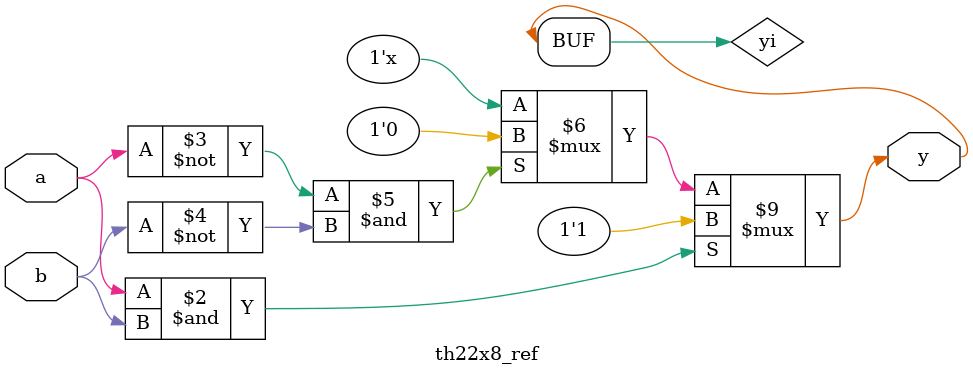
<source format=v>
module th22x8_ref (y,a,b);
 output y;
 input a;
 input b;
 reg yi;
  always @(a or b) begin
   if (((a) & (b))) 
    begin
      yi <=  1;
    end
    else if (((a==0) & (b==0))) 
    begin
      yi <=  0;
    end
   end
  assign #1 y = yi; 
endmodule
</source>
